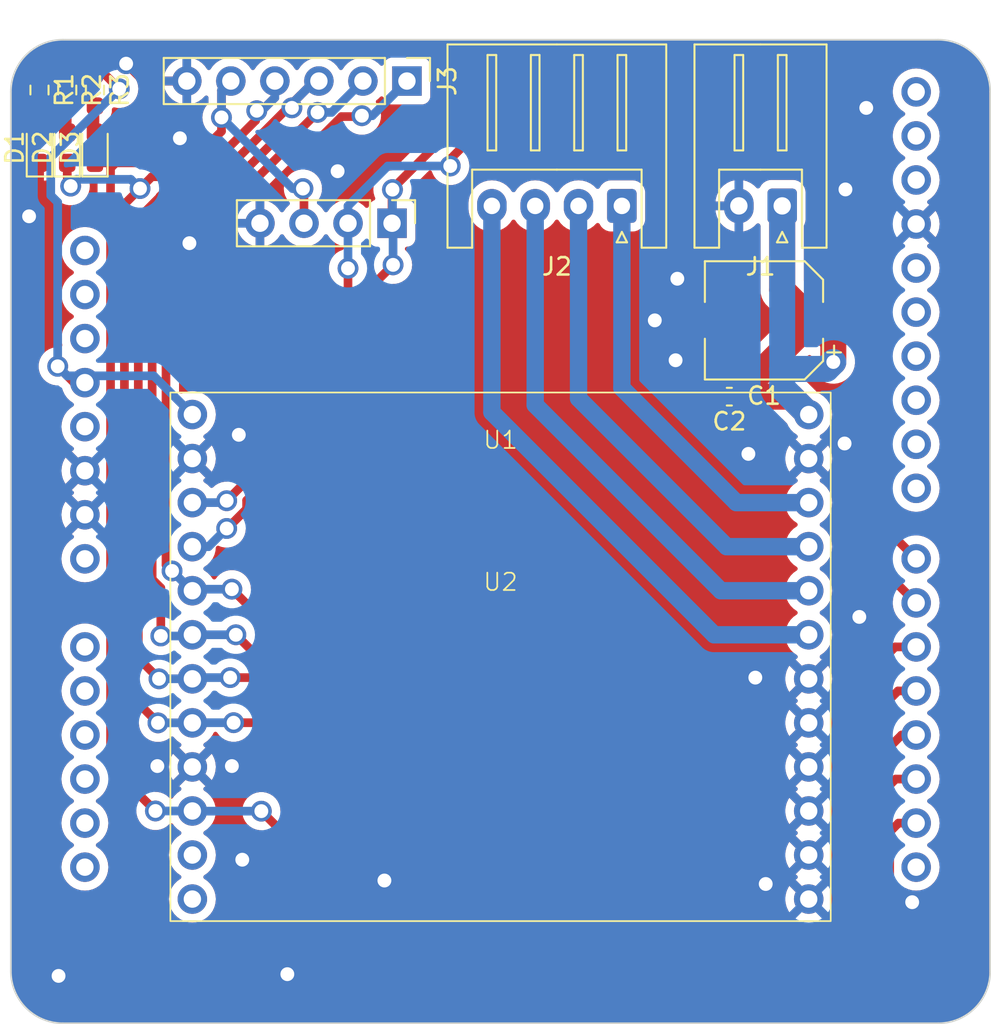
<source format=kicad_pcb>
(kicad_pcb (version 20221018) (generator pcbnew)
  (layers (0 "F.Cu" signal) (31 "B.Cu" signal) (34 "B.Paste" user) (35 "F.Paste" user) (36 "B.SilkS" user "B.Silkscreen") (37 "F.SilkS" user "F.Silkscreen") (38 "B.Mask" user) (39 "F.Mask" user) (44 "Edge.Cuts" user))
  (net 0 "")
  (net 1 "VS")
  (net 2 "GND")
  (net 3 "Net-(D1-A)")
  (net 4 "/CSN")
  (net 5 "Net-(D2-A)")
  (net 6 "/DRV_ENN")
  (net 7 "Net-(D3-A)")
  (net 8 "Net-(J2-Pin_1)")
  (net 9 "Net-(J2-Pin_2)")
  (net 10 "Net-(J2-Pin_3)")
  (net 11 "Net-(J2-Pin_4)")
  (net 12 "/SPI3_MISO")
  (net 13 "/SPI3_MOSI")
  (net 14 "/SPI3_SCK")
  (net 15 "/TIM1_STEP")
  (net 16 "/DIR")
  (net 17 "+3.3V")
  (footprint "TMC2590-BOB40:TMC2590-BOB40" (layer "F.Cu") (at 50 62)
    (fp_text reference "U2" (at 0 -4.31 unlocked) (layer "F.SilkS") (effects (font (thickness 0.1))))
    (fp_text value "TMC2590-BOB40")
    (fp_rect (start -19.05 -15.24) (end 19.05 15.24) (stroke (width 0.1)) (fill none) (layer "F.SilkS"))
    (pad "1" thru_hole circle (at -17.78 -13.97) (size 1.7 1.7) (drill 1) (layers "*.Cu" "*.Mask") (net 17 "+3.3V"))
    (pad "2" thru_hole circle (at -17.78 -11.43) (size 1.7 1.7) (drill 1) (layers "*.Cu" "*.Mask") (net 2 "GND"))
    (pad "3" thru_hole circle (at -17.78 -8.89) (size 1.7 1.7) (drill 1) (layers "*.Cu" "*.Mask") (net 16 "/DIR"))
    (pad "4" thru_hole circle (at -17.78 -6.35) (size 1.7 1.7) (drill 1) (layers "*.Cu" "*.Mask") (net 15 "/TIM1_STEP"))
    (pad "5" thru_hole circle (at -17.78 -3.81) (size 1.7 1.7) (drill 1) (layers "*.Cu" "*.Mask") (net 12 "/SPI3_MISO"))
    (pad "6" thru_hole circle (at -17.78 -1.27) (size 1.7 1.7) (drill 1) (layers "*.Cu" "*.Mask") (net 13 "/SPI3_MOSI"))
    (pad "7" thru_hole circle (at -17.78 1.27) (size 1.7 1.7) (drill 1) (layers "*.Cu" "*.Mask") (net 14 "/SPI3_SCK"))
    (pad "8" thru_hole circle (at -17.78 3.81) (size 1.7 1.7) (drill 1) (layers "*.Cu" "*.Mask") (net 4 "/CSN"))
    (pad "9" thru_hole circle (at -17.78 6.35) (size 1.7 1.7) (drill 1) (layers "*.Cu" "*.Mask") (net 2 "GND"))
    (pad "10" thru_hole circle (at -17.78 8.89) (size 1.7 1.7) (drill 1) (layers "*.Cu" "*.Mask") (net 6 "/DRV_ENN"))
    (pad "11" thru_hole circle (at -17.78 11.43) (size 1.7 1.7) (drill 1) (layers "*.Cu" "*.Mask"))
    (pad "12" thru_hole circle (at -17.78 13.97) (size 1.7 1.7) (drill 1) (layers "*.Cu" "*.Mask"))
    (pad "13" thru_hole circle (at 17.78 13.97) (size 1.7 1.7) (drill 1) (layers "*.Cu" "*.Mask") (net 2 "GND"))
    (pad "14" thru_hole circle (at 17.78 11.43) (size 1.7 1.7) (drill 1) (layers "*.Cu" "*.Mask") (net 2 "GND"))
    (pad "15" thru_hole circle (at 17.78 8.89) (size 1.7 1.7) (drill 1) (layers "*.Cu" "*.Mask") (net 2 "GND"))
    (pad "16" thru_hole circle (at 17.78 6.35) (size 1.7 1.7) (drill 1) (layers "*.Cu" "*.Mask") (net 2 "GND"))
    (pad "17" thru_hole circle (at 17.78 3.81) (size 1.7 1.7) (drill 1) (layers "*.Cu" "*.Mask") (net 2 "GND"))
    (pad "18" thru_hole circle (at 17.78 1.27) (size 1.7 1.7) (drill 1) (layers "*.Cu" "*.Mask") (net 2 "GND"))
    (pad "19" thru_hole circle (at 17.78 -1.27) (size 1.7 1.7) (drill 1) (layers "*.Cu" "*.Mask") (net 11 "Net-(J2-Pin_4)"))
    (pad "20" thru_hole circle (at 17.78 -3.81) (size 1.7 1.7) (drill 1) (layers "*.Cu" "*.Mask") (net 10 "Net-(J2-Pin_3)"))
    (pad "21" thru_hole circle (at 17.78 -6.35) (size 1.7 1.7) (drill 1) (layers "*.Cu" "*.Mask") (net 9 "Net-(J2-Pin_2)"))
    (pad "22" thru_hole circle (at 17.78 -8.89) (size 1.7 1.7) (drill 1) (layers "*.Cu" "*.Mask") (net 8 "Net-(J2-Pin_1)"))
    (pad "23" thru_hole circle (at 17.78 -11.43) (size 1.7 1.7) (drill 1) (layers "*.Cu" "*.Mask") (net 2 "GND"))
    (pad "24" thru_hole circle (at 17.78 -13.97) (size 1.7 1.7) (drill 1) (layers "*.Cu" "*.Mask") (net 1 "VS"))
  )
  (footprint "Resistor_SMD:R_0603_1608Metric_Pad0.98x0.95mm_HandSolder" (layer "F.Cu") (at 25 29.31875 -90)
    (fp_text reference "R2" (at 0 -1.43 90) (layer "F.SilkS"))
    (fp_text value "1k")
    (fp_line (start -0.254724 -0.5225) (end 0.254724 -0.5225) (stroke (width 0.12)) (layer "F.SilkS"))
    (fp_line (start -0.254724 0.5225) (end 0.254724 0.5225) (stroke (width 0.12)) (layer "F.SilkS"))
    (pad "1" smd roundrect (at -0.9125 0 270) (size 0.975 0.95) (layers "F.Cu" "F.Paste" "F.Mask") (net 17 "+3.3V"))
    (pad "2" smd roundrect (at 0.9125 0 270) (size 0.975 0.95) (layers "F.Cu" "F.Paste" "F.Mask") (net 5 "Net-(D2-A)"))
  )
  (footprint "Resistor_SMD:R_0603_1608Metric_Pad0.98x0.95mm_HandSolder" (layer "F.Cu") (at 26.6 29.31875 -90)
    (fp_text reference "R3" (at 0 -1.43 90) (layer "F.SilkS"))
    (fp_text value "1k")
    (fp_line (start -0.254724 -0.5225) (end 0.254724 -0.5225) (stroke (width 0.12)) (layer "F.SilkS"))
    (fp_line (start -0.254724 0.5225) (end 0.254724 0.5225) (stroke (width 0.12)) (layer "F.SilkS"))
    (pad "1" smd roundrect (at -0.9125 0 270) (size 0.975 0.95) (layers "F.Cu" "F.Paste" "F.Mask") (net 17 "+3.3V"))
    (pad "2" smd roundrect (at 0.9125 0 270) (size 0.975 0.95) (layers "F.Cu" "F.Paste" "F.Mask") (net 7 "Net-(D3-A)"))
  )
  (footprint "Connector_JST:JST_XH_S4B-XH-A_1x04_P2.50mm_Horizontal" (layer "F.Cu") (at 57 36 180)
    (fp_text reference "J2" (at 3.75 -3.5) (layer "F.SilkS"))
    (fp_text value "Conn_01x04")
    (fp_line (start -2.56 -2.41) (end -1.14 -2.41) (stroke (width 0.12)) (layer "F.SilkS"))
    (fp_line (start -2.56 9.31) (end -2.56 -2.41) (stroke (width 0.12)) (layer "F.SilkS"))
    (fp_line (start -1.14 -2.41) (end -1.14 2.09) (stroke (width 0.12)) (layer "F.SilkS"))
    (fp_line (start -1.14 2.09) (end 3.75 2.09) (stroke (width 0.12)) (layer "F.SilkS"))
    (fp_line (start -0.3 -2.1) (end 0.3 -2.1) (stroke (width 0.12)) (layer "F.SilkS"))
    (fp_line (start -0.25 3.2) (end -0.25 8.7) (stroke (width 0.12)) (layer "F.SilkS"))
    (fp_line (start -0.25 8.7) (end 0.25 8.7) (stroke (width 0.12)) (layer "F.SilkS"))
    (fp_line (start 0 -1.5) (end -0.3 -2.1) (stroke (width 0.12)) (layer "F.SilkS"))
    (fp_line (start 0.25 3.2) (end -0.25 3.2) (stroke (width 0.12)) (layer "F.SilkS"))
    (fp_line (start 0.25 8.7) (end 0.25 3.2) (stroke (width 0.12)) (layer "F.SilkS"))
    (fp_line (start 0.3 -2.1) (end 0 -1.5) (stroke (width 0.12)) (layer "F.SilkS"))
    (fp_line (start 2.25 3.2) (end 2.25 8.7) (stroke (width 0.12)) (layer "F.SilkS"))
    (fp_line (start 2.25 8.7) (end 2.75 8.7) (stroke (width 0.12)) (layer "F.SilkS"))
    (fp_line (start 2.75 3.2) (end 2.25 3.2) (stroke (width 0.12)) (layer "F.SilkS"))
    (fp_line (start 2.75 8.7) (end 2.75 3.2) (stroke (width 0.12)) (layer "F.SilkS"))
    (fp_line (start 3.75 9.31) (end -2.56 9.31) (stroke (width 0.12)) (layer "F.SilkS"))
    (fp_line (start 3.75 9.31) (end 10.06 9.31) (stroke (width 0.12)) (layer "F.SilkS"))
    (fp_line (start 4.75 3.2) (end 4.75 8.7) (stroke (width 0.12)) (layer "F.SilkS"))
    (fp_line (start 4.75 8.7) (end 5.25 8.7) (stroke (width 0.12)) (layer "F.SilkS"))
    (fp_line (start 5.25 3.2) (end 4.75 3.2) (stroke (width 0.12)) (layer "F.SilkS"))
    (fp_line (start 5.25 8.7) (end 5.25 3.2) (stroke (width 0.12)) (layer "F.SilkS"))
    (fp_line (start 7.25 3.2) (end 7.25 8.7) (stroke (width 0.12)) (layer "F.SilkS"))
    (fp_line (start 7.25 8.7) (end 7.75 8.7) (stroke (width 0.12)) (layer "F.SilkS"))
    (fp_line (start 7.75 3.2) (end 7.25 3.2) (stroke (width 0.12)) (layer "F.SilkS"))
    (fp_line (start 7.75 8.7) (end 7.75 3.2) (stroke (width 0.12)) (layer "F.SilkS"))
    (fp_line (start 8.64 -2.41) (end 8.64 2.09) (stroke (width 0.12)) (layer "F.SilkS"))
    (fp_line (start 8.64 2.09) (end 3.75 2.09) (stroke (width 0.12)) (layer "F.SilkS"))
    (fp_line (start 10.06 -2.41) (end 8.64 -2.41) (stroke (width 0.12)) (layer "F.SilkS"))
    (fp_line (start 10.06 9.31) (end 10.06 -2.41) (stroke (width 0.12)) (layer "F.SilkS"))
    (pad "1" thru_hole roundrect (at 0 0 180) (size 1.7 1.95) (drill 0.95) (layers "*.Cu" "*.Mask") (roundrect_rratio 0.1470588235) (net 8 "Net-(J2-Pin_1)"))
    (pad "2" thru_hole oval (at 2.5 0 180) (size 1.7 1.95) (drill 0.95) (layers "*.Cu" "*.Mask") (net 9 "Net-(J2-Pin_2)"))
    (pad "3" thru_hole oval (at 5 0 180) (size 1.7 1.95) (drill 0.95) (layers "*.Cu" "*.Mask") (net 10 "Net-(J2-Pin_3)"))
    (pad "4" thru_hole oval (at 7.5 0 180) (size 1.7 1.95) (drill 0.95) (layers "*.Cu" "*.Mask") (net 11 "Net-(J2-Pin_4)"))
  )
  (footprint "TMC2590-BOB40:Nucleo-G474RE_ArduinoConn" (layer "F.Cu") (at 50 50)
    (fp_text reference "U1" (at 0 -0.5 unlocked) (layer "F.SilkS") (effects (font (thickness 0.1))))
    (fp_text value "NUCLEO-G474RE_ArduinoConn")
    (pad "A1" thru_hole circle (at -23.98 -11.43) (size 1.7 1.7) (drill 1) (layers "*.Cu" "*.Mask"))
    (pad "A2" thru_hole circle (at -23.98 -8.89) (size 1.7 1.7) (drill 1) (layers "*.Cu" "*.Mask"))
    (pad "A3" thru_hole circle (at -23.98 -6.35) (size 1.7 1.7) (drill 1) (layers "*.Cu" "*.Mask"))
    (pad "A4" thru_hole circle (at -23.98 -3.81) (size 1.7 1.7) (drill 1) (layers "*.Cu" "*.Mask") (net 17 "+3.3V"))
    (pad "A5" thru_hole circle (at -23.98 -1.27) (size 1.7 1.7) (drill 1) (layers "*.Cu" "*.Mask"))
    (pad "A6" thru_hole circle (at -23.98 1.27) (size 1.7 1.7) (drill 1) (layers "*.Cu" "*.Mask") (net 2 "GND"))
    (pad "A7" thru_hole circle (at -23.98 3.81) (size 1.7 1.7) (drill 1) (layers "*.Cu" "*.Mask") (net 2 "GND"))
    (pad "A8" thru_hole circle (at -23.98 6.35) (size 1.7 1.7) (drill 1) (layers "*.Cu" "*.Mask"))
    (pad "B1" thru_hole circle (at -23.98 11.43) (size 1.7 1.7) (drill 1) (layers "*.Cu" "*.Mask"))
    (pad "B2" thru_hole circle (at -23.98 13.97) (size 1.7 1.7) (drill 1) (layers "*.Cu" "*.Mask"))
    (pad "B3" thru_hole circle (at -23.98 16.51) (size 1.7 1.7) (drill 1) (layers "*.Cu" "*.Mask"))
    (pad "B4" thru_hole circle (at -23.98 19.05) (size 1.7 1.7) (drill 1) (layers "*.Cu" "*.Mask"))
    (pad "B5" thru_hole circle (at -23.98 21.59) (size 1.7 1.7) (drill 1) (layers "*.Cu" "*.Mask"))
    (pad "B6" thru_hole circle (at -23.98 24.13) (size 1.7 1.7) (drill 1) (layers "*.Cu" "*.Mask"))
    (pad "C1" thru_hole circle (at 23.98 24.13) (size 1.7 1.7) (drill 1) (layers "*.Cu" "*.Mask"))
    (pad "C2" thru_hole circle (at 23.98 21.59) (size 1.7 1.7) (drill 1) (layers "*.Cu" "*.Mask") (net 6 "/DRV_ENN"))
    (pad "C3" thru_hole circle (at 23.98 19.05) (size 1.7 1.7) (drill 1) (layers "*.Cu" "*.Mask") (net 4 "/CSN"))
    (pad "C4" thru_hole circle (at 23.98 16.51) (size 1.7 1.7) (drill 1) (layers "*.Cu" "*.Mask") (net 14 "/SPI3_SCK"))
    (pad "C5" thru_hole circle (at 23.98 13.97) (size 1.7 1.7) (drill 1) (layers "*.Cu" "*.Mask") (net 13 "/SPI3_MOSI"))
    (pad "C6" thru_hole circle (at 23.98 11.43) (size 1.7 1.7) (drill 1) (layers "*.Cu" "*.Mask") (net 12 "/SPI3_MISO"))
    (pad "C7" thru_hole circle (at 23.98 8.89) (size 1.7 1.7) (drill 1) (layers "*.Cu" "*.Mask") (net 16 "/DIR"))
    (pad "C8" thru_hole circle (at 23.98 6.35) (size 1.7 1.7) (drill 1) (layers "*.Cu" "*.Mask") (net 15 "/TIM1_STEP"))
    (pad "D1" thru_hole circle (at 23.98 2.286) (size 1.7 1.7) (drill 1) (layers "*.Cu" "*.Mask"))
    (pad "D2" thru_hole circle (at 23.98 -0.254) (size 1.7 1.7) (drill 1) (layers "*.Cu" "*.Mask"))
    (pad "D3" thru_hole circle (at 23.98 -2.794) (size 1.7 1.7) (drill 1) (layers "*.Cu" "*.Mask"))
    (pad "D4" thru_hole circle (at 23.98 -5.334) (size 1.7 1.7) (drill 1) (layers "*.Cu" "*.Mask"))
    (pad "D5" thru_hole circle (at 23.98 -7.874) (size 1.7 1.7) (drill 1) (layers "*.Cu" "*.Mask"))
    (pad "D6" thru_hole circle (at 23.98 -10.414) (size 1.7 1.7) (drill 1) (layers "*.Cu" "*.Mask"))
    (pad "D7" thru_hole circle (at 23.98 -12.954) (size 1.7 1.7) (drill 1) (layers "*.Cu" "*.Mask") (net 2 "GND"))
    (pad "D8" thru_hole circle (at 23.98 -15.494) (size 1.7 1.7) (drill 1) (layers "*.Cu" "*.Mask"))
    (pad "D9" thru_hole circle (at 23.98 -18.034) (size 1.7 1.7) (drill 1) (layers "*.Cu" "*.Mask"))
    (pad "D10" thru_hole circle (at 23.98 -20.574) (size 1.7 1.7) (drill 1) (layers "*.Cu" "*.Mask"))
  )
  (footprint "Connector_PinHeader_2.54mm:PinHeader_1x06_P2.54mm_Vertical" (layer "F.Cu") (at 44.6 28.8 -90)
    (fp_text reference "J3" (at 0 -2.33 90) (layer "F.SilkS"))
    (fp_text value "Conn_01x06")
    (fp_line (start -1.33 -1.33) (end 0 -1.33) (stroke (width 0.12)) (layer "F.SilkS"))
    (fp_line (start -1.33 0) (end -1.33 -1.33) (stroke (width 0.12)) (layer "F.SilkS"))
    (fp_line (start -1.33 1.27) (end -1.33 14.03) (stroke (width 0.12)) (layer "F.SilkS"))
    (fp_line (start -1.33 1.27) (end 1.33 1.27) (stroke (width 0.12)) (layer "F.SilkS"))
    (fp_line (start -1.33 14.03) (end 1.33 14.03) (stroke (width 0.12)) (layer "F.SilkS"))
    (fp_line (start 1.33 1.27) (end 1.33 14.03) (stroke (width 0.12)) (layer "F.SilkS"))
    (pad "1" thru_hole rect (at 0 0 270) (size 1.7 1.7) (drill 1) (layers "*.Cu" "*.Mask") (net 12 "/SPI3_MISO"))
    (pad "2" thru_hole oval (at 0 2.54 270) (size 1.7 1.7) (drill 1) (layers "*.Cu" "*.Mask") (net 13 "/SPI3_MOSI"))
    (pad "3" thru_hole oval (at 0 5.08 270) (size 1.7 1.7) (drill 1) (layers "*.Cu" "*.Mask") (net 14 "/SPI3_SCK"))
    (pad "4" thru_hole oval (at 0 7.62 270) (size 1.7 1.7) (drill 1) (layers "*.Cu" "*.Mask") (net 4 "/CSN"))
    (pad "5" thru_hole oval (at 0 10.16 270) (size 1.7 1.7) (drill 1) (layers "*.Cu" "*.Mask") (net 6 "/DRV_ENN"))
    (pad "6" thru_hole oval (at 0 12.7 270) (size 1.7 1.7) (drill 1) (layers "*.Cu" "*.Mask") (net 2 "GND"))
  )
  (footprint "LED_SMD:LED_0603_1608Metric_Pad1.05x0.95mm_HandSolder" (layer "F.Cu") (at 23.4 32.64375 90)
    (fp_text reference "D1" (at 0 -1.43 90) (layer "F.SilkS"))
    (fp_text value "LED")
    (fp_line (start -1.66 -0.735) (end -1.66 0.735) (stroke (width 0.12)) (layer "F.SilkS"))
    (fp_line (start -1.66 0.735) (end 0.8 0.735) (stroke (width 0.12)) (layer "F.SilkS"))
    (fp_line (start 0.8 -0.735) (end -1.66 -0.735) (stroke (width 0.12)) (layer "F.SilkS"))
    (pad "1" smd roundrect (at -0.875 0 90) (size 1.05 0.95) (layers "F.Cu" "F.Paste" "F.Mask") (net 2 "GND"))
    (pad "2" smd roundrect (at 0.875 0 90) (size 1.05 0.95) (layers "F.Cu" "F.Paste" "F.Mask") (net 3 "Net-(D1-A)"))
  )
  (footprint "Connector_JST:JST_XH_S2B-XH-A_1x02_P2.50mm_Horizontal" (layer "F.Cu") (at 66.25 36 180)
    (fp_text reference "J1" (at 1.25 -3.5 180) (layer "F.SilkS"))
    (fp_text value "Conn_01x02")
    (fp_line (start -2.56 -2.41) (end -1.14 -2.41) (stroke (width 0.12)) (layer "F.SilkS"))
    (fp_line (start -2.56 9.31) (end -2.56 -2.41) (stroke (width 0.12)) (layer "F.SilkS"))
    (fp_line (start -1.14 -2.41) (end -1.14 2.09) (stroke (width 0.12)) (layer "F.SilkS"))
    (fp_line (start -1.14 2.09) (end 1.25 2.09) (stroke (width 0.12)) (layer "F.SilkS"))
    (fp_line (start -0.3 -2.1) (end 0.3 -2.1) (stroke (width 0.12)) (layer "F.SilkS"))
    (fp_line (start -0.25 3.2) (end -0.25 8.7) (stroke (width 0.12)) (layer "F.SilkS"))
    (fp_line (start -0.25 8.7) (end 0.25 8.7) (stroke (width 0.12)) (layer "F.SilkS"))
    (fp_line (start 0 -1.5) (end -0.3 -2.1) (stroke (width 0.12)) (layer "F.SilkS"))
    (fp_line (start 0.25 3.2) (end -0.25 3.2) (stroke (width 0.12)) (layer "F.SilkS"))
    (fp_line (start 0.25 8.7) (end 0.25 3.2) (stroke (width 0.12)) (layer "F.SilkS"))
    (fp_line (start 0.3 -2.1) (end 0 -1.5) (stroke (width 0.12)) (layer "F.SilkS"))
    (fp_line (start 1.25 9.31) (end -2.56 9.31) (stroke (width 0.12)) (layer "F.SilkS"))
    (fp_line (start 1.25 9.31) (end 5.06 9.31) (stroke (width 0.12)) (layer "F.SilkS"))
    (fp_line (start 2.25 3.2) (end 2.25 8.7) (stroke (width 0.12)) (layer "F.SilkS"))
    (fp_line (start 2.25 8.7) (end 2.75 8.7) (stroke (width 0.12)) (layer "F.SilkS"))
    (fp_line (start 2.75 3.2) (end 2.25 3.2) (stroke (width 0.12)) (layer "F.SilkS"))
    (fp_line (start 2.75 8.7) (end 2.75 3.2) (stroke (width 0.12)) (layer "F.SilkS"))
    (fp_line (start 3.64 -2.41) (end 3.64 2.09) (stroke (width 0.12)) (layer "F.SilkS"))
    (fp_line (start 3.64 2.09) (end 1.25 2.09) (stroke (width 0.12)) (layer "F.SilkS"))
    (fp_line (start 5.06 -2.41) (end 3.64 -2.41) (stroke (width 0.12)) (layer "F.SilkS"))
    (fp_line (start 5.06 9.31) (end 5.06 -2.41) (stroke (width 0.12)) (layer "F.SilkS"))
    (pad "1" thru_hole roundrect (at 0 0 180) (size 1.7 2) (drill 1) (layers "*.Cu" "*.Mask") (roundrect_rratio 0.1470588235) (net 1 "VS"))
    (pad "2" thru_hole oval (at 2.5 0 180) (size 1.7 2) (drill 1) (layers "*.Cu" "*.Mask") (net 2 "GND"))
  )
  (footprint "LED_SMD:LED_0603_1608Metric_Pad1.05x0.95mm_HandSolder" (layer "F.Cu") (at 26.6 32.64375 90)
    (fp_text reference "D3" (at 0 -1.43 90) (layer "F.SilkS"))
    (fp_text value "LED")
    (fp_line (start -1.66 -0.735) (end -1.66 0.735) (stroke (width 0.12)) (layer "F.SilkS"))
    (fp_line (start -1.66 0.735) (end 0.8 0.735) (stroke (width 0.12)) (layer "F.SilkS"))
    (fp_line (start 0.8 -0.735) (end -1.66 -0.735) (stroke (width 0.12)) (layer "F.SilkS"))
    (pad "1" smd roundrect (at -0.875 0 90) (size 1.05 0.95) (layers "F.Cu" "F.Paste" "F.Mask") (net 6 "/DRV_ENN"))
    (pad "2" smd roundrect (at 0.875 0 90) (size 1.05 0.95) (layers "F.Cu" "F.Paste" "F.Mask") (net 7 "Net-(D3-A)"))
  )
  (footprint "Connector_PinHeader_2.54mm:PinHeader_1x04_P2.54mm_Vertical" (layer "F.Cu") (at 43.74 37 -90)
    (fp_text reference "J4" hide)
    (fp_text value "Conn_01x04")
    (fp_line (start -1.33 -1.33) (end 0 -1.33) (stroke (width 0.12)) (layer "F.SilkS"))
    (fp_line (start -1.33 0) (end -1.33 -1.33) (stroke (width 0.12)) (layer "F.SilkS"))
    (fp_line (start -1.33 1.27) (end -1.33 8.95) (stroke (width 0.12)) (layer "F.SilkS"))
    (fp_line (start -1.33 1.27) (end 1.33 1.27) (stroke (width 0.12)) (layer "F.SilkS"))
    (fp_line (start -1.33 8.95) (end 1.33 8.95) (stroke (width 0.12)) (layer "F.SilkS"))
    (fp_line (start 1.33 1.27) (end 1.33 8.95) (stroke (width 0.12)) (layer "F.SilkS"))
    (pad "1" thru_hole rect (at 0 0 270) (size 1.7 1.7) (drill 1) (layers "*.Cu" "*.Mask") (net 15 "/TIM1_STEP"))
    (pad "2" thru_hole oval (at 0 2.54 270) (size 1.7 1.7) (drill 1) (layers "*.Cu" "*.Mask") (net 16 "/DIR"))
    (pad "3" thru_hole oval (at 0 5.08 270) (size 1.7 1.7) (drill 1) (layers "*.Cu" "*.Mask") (net 6 "/DRV_ENN"))
    (pad "4" thru_hole oval (at 0 7.62 270) (size 1.7 1.7) (drill 1) (layers "*.Cu" "*.Mask") (net 2 "GND"))
  )
  (footprint "Capacitor_SMD:C_0603_1608Metric_Pad1.08x0.95mm_HandSolder" (layer "F.Cu") (at 63.2 47 180)
    (fp_text reference "C2" (at 0 -1.43) (layer "F.SilkS"))
    (fp_text value "100n")
    (fp_line (start -0.146267 -0.51) (end 0.146267 -0.51) (stroke (width 0.12)) (layer "F.SilkS"))
    (fp_line (start -0.146267 0.51) (end 0.146267 0.51) (stroke (width 0.12)) (layer "F.SilkS"))
    (pad "1" smd roundrect (at -0.8625 0 180) (size 1.075 0.95) (layers "F.Cu" "F.Paste" "F.Mask") (net 1 "VS"))
    (pad "2" smd roundrect (at 0.8625 0 180) (size 1.075 0.95) (layers "F.Cu" "F.Paste" "F.Mask") (net 2 "GND"))
  )
  (footprint "Capacitor_SMD:CP_Elec_6.3x5.4" (layer "F.Cu") (at 65.2 42.6 180)
    (fp_text reference "C1" (at 0 -4.35) (layer "F.SilkS"))
    (fp_text value "22u")
    (fp_line (start -4.4375 -1.8475) (end -3.65 -1.8475) (stroke (width 0.12)) (layer "F.SilkS"))
    (fp_line (start -4.04375 -2.24125) (end -4.04375 -1.45375) (stroke (width 0.12)) (layer "F.SilkS"))
    (fp_line (start -3.41 -2.345563) (end -3.41 -1.06) (stroke (width 0.12)) (layer "F.SilkS"))
    (fp_line (start -3.41 -2.345563) (end -2.345563 -3.41) (stroke (width 0.12)) (layer "F.SilkS"))
    (fp_line (start -3.41 2.345563) (end -3.41 1.06) (stroke (width 0.12)) (layer "F.SilkS"))
    (fp_line (start -3.41 2.345563) (end -2.345563 3.41) (stroke (width 0.12)) (layer "F.SilkS"))
    (fp_line (start -2.345563 -3.41) (end 3.41 -3.41) (stroke (width 0.12)) (layer "F.SilkS"))
    (fp_line (start -2.345563 3.41) (end 3.41 3.41) (stroke (width 0.12)) (layer "F.SilkS"))
    (fp_line (start 3.41 -3.41) (end 3.41 -1.06) (stroke (width 0.12)) (layer "F.SilkS"))
    (fp_line (start 3.41 3.41) (end 3.41 1.06) (stroke (width 0.12)) (layer "F.SilkS"))
    (pad "1" smd roundrect (at -2.8 0 180) (size 3.5 1.6) (layers "F.Cu" "F.Paste" "F.Mask") (roundrect_rratio 0.15625) (net 1 "VS"))
    (pad "2" smd roundrect (at 2.8 0 180) (size 3.5 1.6) (layers "F.Cu" "F.Paste" "F.Mask") (roundrect_rratio 0.15625) (net 2 "GND"))
  )
  (footprint "Resistor_SMD:R_0603_1608Metric_Pad0.98x0.95mm_HandSolder" (layer "F.Cu") (at 23.4 29.31875 -90)
    (fp_text reference "R1" (at 0 -1.43 90) (layer "F.SilkS"))
    (fp_text value "1k")
    (fp_line (start -0.254724 -0.5225) (end 0.254724 -0.5225) (stroke (width 0.12)) (layer "F.SilkS"))
    (fp_line (start -0.254724 0.5225) (end 0.254724 0.5225) (stroke (width 0.12)) (layer "F.SilkS"))
    (pad "1" smd roundrect (at -0.9125 0 270) (size 0.975 0.95) (layers "F.Cu" "F.Paste" "F.Mask") (net 17 "+3.3V"))
    (pad "2" smd roundrect (at 0.9125 0 270) (size 0.975 0.95) (layers "F.Cu" "F.Paste" "F.Mask") (net 3 "Net-(D1-A)"))
  )
  (footprint "LED_SMD:LED_0603_1608Metric_Pad1.05x0.95mm_HandSolder" (layer "F.Cu") (at 25 32.64375 90)
    (fp_text reference "D2" (at 0 -1.43 90) (layer "F.SilkS"))
    (fp_text value "LED")
    (fp_line (start -1.66 -0.735) (end -1.66 0.735) (stroke (width 0.12)) (layer "F.SilkS"))
    (fp_line (start -1.66 0.735) (end 0.8 0.735) (stroke (width 0.12)) (layer "F.SilkS"))
    (fp_line (start 0.8 -0.735) (end -1.66 -0.735) (stroke (width 0.12)) (layer "F.SilkS"))
    (pad "1" smd roundrect (at -0.875 0 90) (size 1.05 0.95) (layers "F.Cu" "F.Paste" "F.Mask") (net 4 "/CSN"))
    (pad "2" smd roundrect (at 0.875 0 90) (size 1.05 0.95) (layers "F.Cu" "F.Paste" "F.Mask") (net 5 "Net-(D2-A)"))
  )
  (gr_line (start 75.25 83.13) (end 24.75 83.13) (stroke (width 0.1)) (layer "Edge.Cuts"))
  (gr_line (start 24.75 26.42) (end 75.25 26.42) (stroke (width 0.1)) (layer "Edge.Cuts"))
  (gr_arc (start 78.25 80.13) (mid 77.37132 82.25132) (end 75.25 83.13) (stroke (width 0.1)) (layer "Edge.Cuts"))
  (gr_arc (start 21.75 29.42) (mid 22.62868 27.29868) (end 24.75 26.42) (stroke (width 0.1)) (layer "Edge.Cuts"))
  (gr_arc (start 24.75 83.13) (mid 22.62868 82.25132) (end 21.75 80.13) (stroke (width 0.1)) (layer "Edge.Cuts"))
  (gr_arc (start 75.25 26.42) (mid 77.37132 27.29868) (end 78.25 29.42) (stroke (width 0.1)) (layer "Edge.Cuts"))
  (gr_line (start 78.25 29.42) (end 78.25 80.13) (stroke (width 0.1)) (layer "Edge.Cuts"))
  (gr_line (start 21.75 29.42) (end 21.75 80.13) (stroke (width 0.1)) (layer "Edge.Cuts"))
  (segment (start 69.2 45) (end 69.2 43.8) (width 1.5) (layer "F.Cu") (net 1))
  (segment (start 66.75 47) (end 67.78 48.03) (width 1.5) (layer "F.Cu") (net 1))
  (segment (start 69.2 43.8) (end 68 42.6) (width 1.5) (layer "F.Cu") (net 1))
  (segment (start 66.25 36) (end 66.25 40.85) (width 1.5) (layer "F.Cu") (net 1))
  (segment (start 64.0625 47) (end 66.75 47) (width 1.5) (layer "F.Cu") (net 1))
  (segment (start 66.25 40.85) (end 68 42.6) (width 1.5) (layer "F.Cu") (net 1))
  (segment (start 68 42.6) (end 64.0625 46.5375) (width 1.5) (layer "F.Cu") (net 1))
  (segment (start 64.0625 46.5375) (end 64.0625 47) (width 1.5) (layer "F.Cu") (net 1))
  (via (at 69.2 45) (size 1.2) (drill 0.8) (layers "F.Cu" "B.Cu") (net 1))
  (segment (start 68.8 45.4) (end 69.2 45) (width 1.5) (layer "B.Cu") (net 1))
  (segment (start 66.25 46.5) (end 67.78 48.03) (width 1.5) (layer "B.Cu") (net 1))
  (segment (start 66.25 45.4) (end 66.25 46.5) (width 1.5) (layer "B.Cu") (net 1))
  (segment (start 66.25 45.4) (end 68.8 45.4) (width 1.5) (layer "B.Cu") (net 1))
  (segment (start 66.25 36) (end 66.25 45.4) (width 1.5) (layer "B.Cu") (net 1))
  (segment (start 29.4 28.8) (end 28.4 27.8) (width 0.5) (layer "F.Cu") (net 2))
  (segment (start 23.4 36) (end 23.4 33.51875) (width 0.5) (layer "F.Cu") (net 2))
  (segment (start 31.9 31.7) (end 31.9 28.8) (width 0.5) (layer "F.Cu") (net 2))
  (segment (start 31.9 28.8) (end 29.4 28.8) (width 0.5) (layer "F.Cu") (net 2))
  (segment (start 31.5 32.1) (end 31.9 31.7) (width 0.5) (layer "F.Cu") (net 2))
  (segment (start 22.8 36.6) (end 23.4 36) (width 0.5) (layer "F.Cu") (net 2))
  (via (at 60.2 40.2) (size 1.2) (drill 0.8) (layers "F.Cu" "B.Cu") (net 2))
  (via (at 64.7 63.2) (size 1.2) (drill 0.8) (layers "F.Cu" "B.Cu") (net 2))
  (via (at 34.5 68.3) (size 1.2) (drill 0.8) (layers "F.Cu" "B.Cu") (net 2))
  (via (at 37.7 80.3) (size 1.2) (drill 0.8) (layers "F.Cu" "B.Cu") (net 2))
  (via (at 31.5 32.1) (size 1.2) (drill 0.8) (layers "F.Cu" "B.Cu") (net 2))
  (via (at 64.3 50.3) (size 1.2) (drill 0.8) (layers "F.Cu" "B.Cu") (net 2))
  (via (at 70.7 59.7) (size 1.2) (drill 0.8) (layers "F.Cu" "B.Cu") (net 2))
  (via (at 24.5 80.4) (size 1.2) (drill 0.8) (layers "F.Cu" "B.Cu") (net 2))
  (via (at 58.9 42.6) (size 1.2) (drill 0.8) (layers "F.Cu" "B.Cu") (net 2))
  (via (at 69.9 35.05) (size 1.2) (drill 0.8) (layers "F.Cu" "B.Cu") (net 2))
  (via (at 40.6 34) (size 1.2) (drill 0.8) (layers "F.Cu" "B.Cu") (net 2))
  (via (at 65.3 75.1) (size 1.2) (drill 0.8) (layers "F.Cu" "B.Cu") (net 2))
  (via (at 73.75 76.15) (size 1.2) (drill 0.8) (layers "F.Cu" "B.Cu") (net 2))
  (via (at 22.8 36.6) (size 1.2) (drill 0.8) (layers "F.Cu" "B.Cu") (net 2))
  (via (at 71.1 30.35) (size 1.2) (drill 0.8) (layers "F.Cu" "B.Cu") (net 2))
  (via (at 30.2 68.3) (size 1.2) (drill 0.8) (layers "F.Cu" "B.Cu") (net 2))
  (via (at 43.3 74.9) (size 1.2) (drill 0.8) (layers "F.Cu" "B.Cu") (net 2))
  (via (at 69.85 49.7) (size 1.2) (drill 0.8) (layers "F.Cu" "B.Cu") (net 2))
  (via (at 34.9 49.2) (size 1.2) (drill 0.8) (layers "F.Cu" "B.Cu") (net 2))
  (via (at 32.05 38.15) (size 1.2) (drill 0.8) (layers "F.Cu" "B.Cu") (net 2))
  (via (at 60.1 44.9) (size 1.2) (drill 0.8) (layers "F.Cu" "B.Cu") (net 2))
  (via (at 28.4 27.8) (size 1.2) (drill 0.8) (layers "F.Cu" "B.Cu") (net 2))
  (via (at 35.1 73.7) (size 1.2) (drill 0.8) (layers "F.Cu" "B.Cu") (net 2))
  (segment (start 23.4 30.23125) (end 23.4 31.76875) (width 0.5) (layer "F.Cu") (net 3))
  (segment (start 30.235 65.81) (end 32.22 65.81) (width 0.5) (layer "F.Cu") (net 4))
  (segment (start 25 35) (end 25 33.51875) (width 0.5) (layer "F.Cu") (net 4))
  (segment (start 71.65 78.46863) (end 71.65 70.2) (width 0.5) (layer "F.Cu") (net 4))
  (segment (start 37.53726 65.8) (end 38.4 66.66274) (width 0.5) (layer "F.Cu") (net 4))
  (segment (start 34.6 65.8) (end 37.53726 65.8) (width 0.5) (layer "F.Cu") (net 4))
  (segment (start 32.624753 34.31875) (end 29.88125 34.31875) (width 0.5) (layer "F.Cu") (net 4))
  (segment (start 36.98 29.752078) (end 35.866039 30.866039) (width 0.5) (layer "F.Cu") (net 4))
  (segment (start 25 34.659432) (end 25.1995 34.858932) (width 0.5) (layer "F.Cu") (net 4))
  (segment (start 71.65 70.2) (end 72.8 69.05) (width 0.5) (layer "F.Cu") (net 4))
  (segment (start 41.73137 80) (end 70.11863 80) (width 0.5) (layer "F.Cu") (net 4))
  (segment (start 70.11863 80) (end 71.65 78.46863) (width 0.5) (layer "F.Cu") (net 4))
  (segment (start 35.866039 30.866039) (end 35.866039 31.077464) (width 0.5) (layer "F.Cu") (net 4))
  (segment (start 29.88125 34.31875) (end 29.2 35) (width 0.5) (layer "F.Cu") (net 4))
  (segment (start 38.4 76.66863) (end 41.73137 80) (width 0.5) (layer "F.Cu") (net 4))
  (segment (start 38.4 66.66274) (end 38.4 76.66863) (width 0.5) (layer "F.Cu") (net 4))
  (segment (start 25 33.51875) (end 25 34.659432) (width 0.5) (layer "F.Cu") (net 4))
  (segment (start 35.866039 31.077464) (end 32.624753 34.31875) (width 0.5) (layer "F.Cu") (net 4))
  (segment (start 72.8 69.05) (end 73.98 69.05) (width 0.5) (layer "F.Cu") (net 4))
  (segment (start 29.2 35) (end 28.3 35.9) (width 0.5) (layer "F.Cu") (net 4))
  (segment (start 28.3 35.9) (end 28.3 63.875) (width 0.5) (layer "F.Cu") (net 4))
  (segment (start 36.98 28.8) (end 36.98 29.752078) (width 0.5) (layer "F.Cu") (net 4))
  (segment (start 28.3 63.875) (end 30.235 65.81) (width 0.5) (layer "F.Cu") (net 4))
  (segment (start 35.866039 31.077464) (end 35.866039 30.583195) (width 0.5) (layer "F.Cu") (net 4))
  (segment (start 35.866039 30.583195) (end 35.936508 30.512726) (width 0.5) (layer "F.Cu") (net 4))
  (via (at 30.235 65.81) (size 1.2) (drill 0.8) (layers "F.Cu" "B.Cu") (net 4))
  (via (at 25.1995 34.858932) (size 1.2) (drill 0.8) (layers "F.Cu" "B.Cu") (net 4))
  (via (at 29.2 35) (size 1.2) (drill 0.8) (layers "F.Cu" "B.Cu") (net 4))
  (via (at 34.6 65.8) (size 1.2) (drill 0.8) (layers "F.Cu" "B.Cu") (net 4))
  (via (at 35.936508 30.512726) (size 1.2) (drill 0.8) (layers "F.Cu" "B.Cu") (net 4))
  (segment (start 36.98 29.752078) (end 35.866039 30.866039) (width 0.5) (layer "B.Cu") (net 4))
  (segment (start 32.22 65.81) (end 30.235 65.81) (width 0.5) (layer "B.Cu") (net 4))
  (segment (start 34.6 65.8) (end 32.23 65.8) (width 0.5) (layer "B.Cu") (net 4))
  (segment (start 32.23 65.8) (end 32.22 65.81) (width 0.5) (layer "B.Cu") (net 4))
  (segment (start 25 35) (end 25.53175 34.46825) (width 0.5) (layer "B.Cu") (net 4))
  (segment (start 25.53175 34.46825) (end 28.66825 34.46825) (width 0.5) (layer "B.Cu") (net 4))
  (segment (start 28.66825 34.46825) (end 29.2 35) (width 0.5) (layer "B.Cu") (net 4))
  (segment (start 36.98 28.8) (end 36.98 29.752078) (width 0.5) (layer "B.Cu") (net 4))
  (segment (start 25 31.76875) (end 25 30.23125) (width 0.5) (layer "F.Cu") (net 5))
  (segment (start 34.44 28.8) (end 33.9 29.34) (width 0.5) (layer "F.Cu") (net 6))
  (segment (start 27.8 33.51875) (end 27.5 33.81875) (width 0.5) (layer "F.Cu") (net 6))
  (segment (start 72.45 78.8) (end 70.45 80.8) (width 0.5) (layer "F.Cu") (net 6))
  (segment (start 32.08125 33.51875) (end 26.6 33.51875) (width 0.5) (layer "F.Cu") (net 6))
  (segment (start 27.5 68.3) (end 30.09 70.89) (width 0.5) (layer "F.Cu") (net 6))
  (segment (start 70.45 80.8) (end 41.4 80.8) (width 0.5) (layer "F.Cu") (net 6))
  (segment (start 72.96 71.59) (end 72.45 72.1) (width 0.5) (layer "F.Cu") (net 6))
  (segment (start 72.45 72.1) (end 72.45 78.8) (width 0.5) (layer "F.Cu") (net 6))
  (segment (start 41.4 80.8) (end 37.6 77) (width 0.5) (layer "F.Cu") (net 6))
  (segment (start 38.66 35.06) (end 38.66 37) (width 0.5) (layer "F.Cu") (net 6))
  (segment (start 33.9 29.34) (end 33.9 31.7) (width 0.5) (layer "F.Cu") (net 6))
  (segment (start 27.5 33.81875) (end 27.5 68.3) (width 0.5) (layer "F.Cu") (net 6))
  (segment (start 73.98 71.59) (end 72.96 71.59) (width 0.5) (layer "F.Cu") (net 6))
  (segment (start 38.6 35) (end 38.66 35.06) (width 0.5) (layer "F.Cu") (net 6))
  (segment (start 37.6 72.3) (end 36.2 70.9) (width 0.5) (layer "F.Cu") (net 6))
  (segment (start 37.6 77) (end 37.6 72.3) (width 0.5) (layer "F.Cu") (net 6))
  (segment (start 33.9 31.7) (end 32.08125 33.51875) (width 0.5) (layer "F.Cu") (net 6))
  (via (at 33.9 30.9) (size 1.2) (drill 0.8) (layers "F.Cu" "B.Cu") (net 6))
  (via (at 36.2 70.9) (size 1.2) (drill 0.8) (layers "F.Cu" "B.Cu") (net 6))
  (via (at 38.6 35) (size 1.2) (drill 0.8) (layers "F.Cu" "B.Cu") (net 6))
  (via (at 30.09 70.89) (size 1.2) (drill 0.8) (layers "F.Cu" "B.Cu") (net 6))
  (segment (start 33.9 29.34) (end 33.9 30.9) (width 0.5) (layer "B.Cu") (net 6))
  (segment (start 36.2 70.9) (end 32.23 70.9) (width 0.5) (layer "B.Cu") (net 6))
  (segment (start 38 35) (end 38.6 35) (width 0.5) (layer "B.Cu") (net 6))
  (segment (start 32.23 70.9) (end 32.22 70.89) (width 0.5) (layer "B.Cu") (net 6))
  (segment (start 30.09 70.89) (end 32.22 70.89) (width 0.5) (layer "B.Cu") (net 6))
  (segment (start 33.9 30.9) (end 38 35) (width 0.5) (layer "B.Cu") (net 6))
  (segment (start 34.44 28.8) (end 33.9 29.34) (width 0.5) (layer "B.Cu") (net 6))
  (segment (start 26.6 31.76875) (end 26.6 30.23125) (width 0.5) (layer "F.Cu") (net 7))
  (segment (start 57 46.5) (end 63.61 53.11) (width 1) (layer "B.Cu") (net 8))
  (segment (start 63.61 53.11) (end 67.78 53.11) (width 1) (layer "B.Cu") (net 8))
  (segment (start 57 36) (end 57 46.5) (width 1) (layer "B.Cu") (net 8))
  (segment (start 63.05 55.65) (end 67.78 55.65) (width 1) (layer "B.Cu") (net 9))
  (segment (start 54.5 47.1) (end 63.05 55.65) (width 1) (layer "B.Cu") (net 9))
  (segment (start 54.5 36) (end 54.5 47.1) (width 1) (layer "B.Cu") (net 9))
  (segment (start 67.78 58.19) (end 62.713044 58.19) (width 1) (layer "B.Cu") (net 10))
  (segment (start 62.713044 58.19) (end 52 47.476956) (width 1) (layer "B.Cu") (net 10))
  (segment (start 52 47.476956) (end 52 36) (width 1) (layer "B.Cu") (net 10))
  (segment (start 62.33 60.73) (end 67.78 60.73) (width 1) (layer "B.Cu") (net 11))
  (segment (start 49.5 36) (end 49.5 47.9) (width 1) (layer "B.Cu") (net 11))
  (segment (start 49.5 47.9) (end 62.33 60.73) (width 1) (layer "B.Cu") (net 11))
  (segment (start 33.618864 36.71875) (end 37.634492 32.703122) (width 0.5) (layer "F.Cu") (net 12))
  (segment (start 40.8 75.67452) (end 42.72548 77.6) (width 0.5) (layer "F.Cu") (net 12))
  (segment (start 68.75 77.6) (end 69.25 77.1) (width 0.5) (layer "F.Cu") (net 12))
  (segment (start 72.77 61.43) (end 73.98 61.43) (width 0.5) (layer "F.Cu") (net 12))
  (segment (start 40.823981 30.85) (end 41.95 30.85) (width 0.5) (layer "F.Cu") (net 12))
  (segment (start 31.370337 36.71875) (end 33.618864 36.71875) (width 0.5) (layer "F.Cu") (net 12))
  (segment (start 69.25 77.1) (end 69.25 64.95) (width 0.5) (layer "F.Cu") (net 12))
  (segment (start 40.8 64.4) (end 40.8 75.67452) (width 0.5) (layer "F.Cu") (net 12))
  (segment (start 38.970859 32.703122) (end 40.823981 30.85) (width 0.5) (layer "F.Cu") (net 12))
  (segment (start 42.72548 77.6) (end 68.75 77.6) (width 0.5) (layer "F.Cu") (net 12))
  (segment (start 34.5 58.1) (end 40.8 64.4) (width 0.5) (layer "F.Cu") (net 12))
  (segment (start 31.05 57.05) (end 30.7 56.7) (width 0.5) (layer "F.Cu") (net 12))
  (segment (start 30.7 56.7) (end 30.7 37.389087) (width 0.5) (layer "F.Cu") (net 12))
  (segment (start 37.634492 32.703122) (end 38.970859 32.703122) (width 0.5) (layer "F.Cu") (net 12))
  (segment (start 30.7 37.389087) (end 31.370337 36.71875) (width 0.5) (layer "F.Cu") (net 12))
  (segment (start 69.25 64.95) (end 72.77 61.43) (width 0.5) (layer "F.Cu") (net 12))
  (segment (start 41.95 30.85) (end 42 30.8) (width 0.5) (layer "F.Cu") (net 12))
  (via (at 34.5 58.1) (size 1.2) (drill 0.8) (layers "F.Cu" "B.Cu") (net 12))
  (via (at 42 30.8) (size 1.2) (drill 0.8) (layers "F.Cu" "B.Cu") (net 12))
  (via (at 31.05 57.05) (size 1.2) (drill 0.8) (layers "F.Cu" "B.Cu") (net 12))
  (segment (start 34.5 58.1) (end 32.31 58.1) (width 0.5) (layer "B.Cu") (net 12))
  (segment (start 31.05 57.05) (end 32.19 58.19) (width 0.5) (layer "B.Cu") (net 12))
  (segment (start 32.31 58.1) (end 32.22 58.19) (width 0.5) (layer "B.Cu") (net 12))
  (segment (start 42.6 30.8) (end 44.6 28.8) (width 0.5) (layer "B.Cu") (net 12))
  (segment (start 42 30.8) (end 42.6 30.8) (width 0.5) (layer "B.Cu") (net 12))
  (segment (start 32.19 58.19) (end 32.22 58.19) (width 0.5) (layer "B.Cu") (net 12))
  (segment (start 30.4 58.026346) (end 30.4 60.8) (width 0.5) (layer "F.Cu") (net 13))
  (segment (start 37.303122 31.903122) (end 33.287493 35.91875) (width 0.5) (layer "F.Cu") (net 13))
  (segment (start 38.144513 31.903122) (end 37.303122 31.903122) (width 0.5) (layer "F.Cu") (net 13))
  (segment (start 42.39411 78.4) (end 69.45589 78.4) (width 0.5) (layer "F.Cu") (net 13))
  (segment (start 31.038968 35.91875) (end 29.9 37.057717) (width 0.5) (layer "F.Cu") (net 13))
  (segment (start 29.9 57.526346) (end 30.4 58.026346) (width 0.5) (layer "F.Cu") (net 13))
  (segment (start 29.9 37.057717) (end 29.9 57.526346) (width 0.5) (layer "F.Cu") (net 13))
  (segment (start 40 76.00589) (end 42.39411 78.4) (width 0.5) (layer "F.Cu") (net 13))
  (segment (start 34.73 60.73) (end 40 66) (width 0.5) (layer "F.Cu") (net 13))
  (segment (start 39.440492 30.607143) (end 38.144513 31.903122) (width 0.5) (layer "F.Cu") (net 13))
  (segment (start 69.45589 78.4) (end 70.05 77.80589) (width 0.5) (layer "F.Cu") (net 13))
  (segment (start 70.05 66.85) (end 72.93 63.97) (width 0.5) (layer "F.Cu") (net 13))
  (segment (start 40 66) (end 40 76.00589) (width 0.5) (layer "F.Cu") (net 13))
  (segment (start 72.93 63.97) (end 73.98 63.97) (width 0.5) (layer "F.Cu") (net 13))
  (segment (start 33.287493 35.91875) (end 31.038968 35.91875) (width 0.5) (layer "F.Cu") (net 13))
  (segment (start 70.05 77.80589) (end 70.05 66.85) (width 0.5) (layer "F.Cu") (net 13))
  (via (at 30.4 60.8) (size 1.2) (drill 0.8) (layers "F.Cu" "B.Cu") (net 13))
  (via (at 34.73 60.73) (size 1.2) (drill 0.8) (layers "F.Cu" "B.Cu") (net 13))
  (via (at 39.440492 30.607143) (size 1.2) (drill 0.8) (layers "F.Cu" "B.Cu") (net 13))
  (segment (start 32.15 60.8) (end 32.22 60.73) (width 0.5) (layer "B.Cu") (net 13))
  (segment (start 39.440492 30.607143) (end 40.252857 30.607143) (width 0.5) (layer "B.Cu") (net 13))
  (segment (start 34.73 60.73) (end 32.22 60.73) (width 0.5) (layer "B.Cu") (net 13))
  (segment (start 30.4 60.8) (end 32.15 60.8) (width 0.5) (layer "B.Cu") (net 13))
  (segment (start 40.252857 30.607143) (end 42.06 28.8) (width 0.5) (layer "B.Cu") (net 13))
  (segment (start 69.78726 79.2) (end 70.85 78.13726) (width 0.5) (layer "F.Cu") (net 14))
  (segment (start 30.295 63.27) (end 32.22 63.27) (width 0.5) (layer "F.Cu") (net 14))
  (segment (start 39.2 66.33137) (end 39.2 76.33726) (width 0.5) (layer "F.Cu") (net 14))
  (segment (start 70.85 68.8) (end 73.14 66.51) (width 0.5) (layer "F.Cu") (net 14))
  (segment (start 38.437437 29.637437) (end 32.956123 35.11875) (width 0.5) (layer "F.Cu") (net 14))
  (segment (start 30.35 35.45) (end 30.35 35.476347) (width 0.5) (layer "F.Cu") (net 14))
  (segment (start 30.68125 35.11875) (end 30.35 35.45) (width 0.5) (layer "F.Cu") (net 14))
  (segment (start 37.96379 30.111084) (end 37.96379 30.346645) (width 0.5) (layer "F.Cu") (net 14))
  (segment (start 36.06863 63.2) (end 39.2 66.33137) (width 0.5) (layer "F.Cu") (net 14))
  (segment (start 39.2 76.33726) (end 42.06274 79.2) (width 0.5) (layer "F.Cu") (net 14))
  (segment (start 32.956123 35.11875) (end 30.68125 35.11875) (width 0.5) (layer "F.Cu") (net 14))
  (segment (start 29.1 36.726346) (end 29.1 62.075) (width 0.5) (layer "F.Cu") (net 14))
  (segment (start 70.85 78.13726) (end 70.85 68.8) (width 0.5) (layer "F.Cu") (net 14))
  (segment (start 34.4 63.2) (end 36.06863 63.2) (width 0.5) (layer "F.Cu") (net 14))
  (segment (start 38.437437 29.637437) (end 37.96379 30.111084) (width 0.5) (layer "F.Cu") (net 14))
  (segment (start 39.52 28.8) (end 39.274873 28.8) (width 0.5) (layer "F.Cu") (net 14))
  (segment (start 42.06274 79.2) (end 69.78726 79.2) (width 0.5) (layer "F.Cu") (net 14))
  (segment (start 39.274873 28.8) (end 38.437437 29.637437) (width 0.5) (layer "F.Cu") (net 14))
  (segment (start 30.35 35.476347) (end 29.1 36.726346) (width 0.5) (layer "F.Cu") (net 14))
  (segment (start 29.1 62.075) (end 30.295 63.27) (width 0.5) (layer "F.Cu") (net 14))
  (segment (start 73.14 66.51) (end 73.98 66.51) (width 0.5) (layer "F.Cu") (net 14))
  (via (at 34.4 63.2) (size 1.2) (drill 0.8) (layers "F.Cu" "B.Cu") (net 14))
  (via (at 30.295 63.27) (size 1.2) (drill 0.8) (layers "F.Cu" "B.Cu") (net 14))
  (via (at 37.96379 30.346645) (size 1.2) (drill 0.8) (layers "F.Cu" "B.Cu") (net 14))
  (segment (start 37.96379 30.346645) (end 37.96379 30.111084) (width 0.5) (layer "B.Cu") (net 14))
  (segment (start 32.29 63.2) (end 32.22 63.27) (width 0.5) (layer "B.Cu") (net 14))
  (segment (start 34.4 63.2) (end 32.29 63.2) (width 0.5) (layer "B.Cu") (net 14))
  (segment (start 39.274874 28.8) (end 39.52 28.8) (width 0.5) (layer "B.Cu") (net 14))
  (segment (start 37.96379 30.111084) (end 39.274874 28.8) (width 0.5) (layer "B.Cu") (net 14))
  (segment (start 32.22 63.27) (end 30.295 63.27) (width 0.5) (layer "B.Cu") (net 14))
  (segment (start 35.35 52.98137) (end 42 46.33137) (width 0.5) (layer "F.Cu") (net 15))
  (segment (start 43.74 35.033654) (end 49.073654 29.7) (width 0.5) (layer "F.Cu") (net 15))
  (segment (start 35.35 53.476346) (end 35.35 52.98137) (width 0.5) (layer "F.Cu") (net 15))
  (segment (start 34.2 54.6) (end 34.226346 54.6) (width 0.5) (layer "F.Cu") (net 15))
  (segment (start 34.226346 54.6) (end 35.35 53.476346) (width 0.5) (layer "F.Cu") (net 15))
  (segment (start 42 41.2) (end 43.8 39.4) (width 0.5) (layer "F.Cu") (net 15))
  (segment (start 43.74 35.033654) (end 43.765993 35.059647) (width 0.5) (layer "F.Cu") (net 15))
  (segment (start 43.74 35.033654) (end 43.74 37) (width 0.5) (layer "F.Cu") (net 15))
  (segment (start 42 46.33137) (end 42 41.2) (width 0.5) (layer "F.Cu") (net 15))
  (segment (start 49.073654 29.7) (end 68.062742 29.7) (width 0.5) (layer "F.Cu") (net 15))
  (segment (start 72.35 33.98726) (end 72.35 54.72) (width 0.5) (layer "F.Cu") (net 15))
  (segment (start 68.062742 29.7) (end 72.35 33.98726) (width 0.5) (layer "F.Cu") (net 15))
  (segment (start 72.35 54.72) (end 73.98 56.35) (width 0.5) (layer "F.Cu") (net 15))
  (via (at 34.2 54.6) (size 1.2) (drill 0.8) (layers "F.Cu" "B.Cu") (net 15))
  (via (at 43.8 39.4) (size 1.2) (drill 0.8) (layers "F.Cu" "B.Cu") (net 15))
  (via (at 43.765993 35.059647) (size 1.2) (drill 0.8) (layers "F.Cu" "B.Cu") (net 15))
  (segment (start 34.2 54.6) (end 33.15 55.65) (width 0.5) (layer "B.Cu") (net 15))
  (segment (start 43.765993 35.059647) (end 43.765993 36.974007) (width 0.5) (layer "B.Cu") (net 15))
  (segment (start 33.15 55.65) (end 32.22 55.65) (width 0.5) (layer "B.Cu") (net 15))
  (segment (start 43.8 39.4) (end 43.8 37.06) (width 0.5) (layer "B.Cu") (net 15))
  (segment (start 43.765993 36.974007) (end 43.74 37) (width 0.5) (layer "B.Cu") (net 15))
  (segment (start 43.8 37.06) (end 43.74 37) (width 0.5) (layer "B.Cu") (net 15))
  (segment (start 34.2 53) (end 41.2 46) (width 0.5) (layer "F.Cu") (net 16))
  (segment (start 47.1 33.7) (end 47.1 33.3) (width 0.5) (layer "F.Cu") (net 16))
  (segment (start 71.55 34.31863) (end 71.55 45.2) (width 0.5) (layer "F.Cu") (net 16))
  (segment (start 71.55 56.46) (end 73.98 58.89) (width 0.5) (layer "F.Cu") (net 16))
  (segment (start 71.55 45.2) (end 71.55 45.4) (width 0.5) (layer "F.Cu") (net 16))
  (segment (start 49.9 30.5) (end 67.731371 30.5) (width 0.5) (layer "F.Cu") (net 16))
  (segment (start 47.1 33.3) (end 49.9 30.5) (width 0.5) (layer "F.Cu") (net 16))
  (segment (start 41.2 46) (end 41.2 39.6) (width 0.5) (layer "F.Cu") (net 16))
  (segment (start 67.731371 30.5) (end 71.55 34.31863) (width 0.5) (layer "F.Cu") (net 16))
  (segment (start 71.55 45.2) (end 71.55 56.46) (width 0.5) (layer "F.Cu") (net 16))
  (via (at 47.1 33.7) (size 1.2) (drill 0.8) (layers "F.Cu" "B.Cu") (net 16))
  (via (at 41.2 39.6) (size 1.2) (drill 0.8) (layers "F.Cu" "B.Cu") (net 16))
  (via (at 34.2 53) (size 1.2) (drill 0.8) (layers "F.Cu" "B.Cu") (net 16))
  (segment (start 41.2 36) (end 41.2 37) (width 0.5) (layer "B.Cu") (net 16))
  (segment (start 41.2 37) (end 41.2 39.6) (width 0.5) (layer "B.Cu") (net 16))
  (segment (start 32.22 53.11) (end 34.09 53.11) (width 0.5) (layer "B.Cu") (net 16))
  (segment (start 43.5 33.7) (end 41.2 36) (width 0.5) (layer "B.Cu") (net 16))
  (segment (start 47.1 33.7) (end 43.5 33.7) (width 0.5) (layer "B.Cu") (net 16))
  (segment (start 34.09 53.11) (end 34.2 53) (width 0.5) (layer "B.Cu") (net 16))
  (segment (start 23.4 28.40625) (end 25 28.40625) (width 0.5) (layer "F.Cu") (net 17))
  (segment (start 27.15625 28.40625) (end 28 29.25) (width 0.5) (layer "F.Cu") (net 17))
  (segment (start 25 28.40625) (end 26.6 28.40625) (width 0.5) (layer "F.Cu") (net 17))
  (segment (start 26.02 46.19) (end 25.39 46.19) (width 0.5) (layer "F.Cu") (net 17))
  (segment (start 25.39 46.19) (end 24.45 45.25) (width 0.5) (layer "F.Cu") (net 17))
  (segment (start 25 28.40625) (end 27.15625 28.40625) (width 0.5) (layer "F.Cu") (net 17))
  (via (at 24.45 45.25) (size 1.2) (drill 0.8) (layers "F.Cu" "B.Cu") (net 17))
  (via (at 28 29.25) (size 1.2) (drill 0.8) (layers "F.Cu" "B.Cu") (net 17))
  (segment (start 25 45.8) (end 24.45 45.25) (width 0.5) (layer "B.Cu") (net 17))
  (segment (start 24.05 35.393503) (end 24.05 33.2) (width 0.5) (layer "B.Cu") (net 17))
  (segment (start 29.99 45.8) (end 25 45.8) (width 0.5) (layer "B.Cu") (net 17))
  (segment (start 24.05 33.2) (end 28 29.25) (width 0.5) (layer "B.Cu") (net 17))
  (segment (start 32.22 48.03) (end 29.99 45.8) (width 0.5) (layer "B.Cu") (net 17))
  (segment (start 24.45 45.25) (end 24.45 35.793503) (width 0.5) (layer "B.Cu") (net 17))
  (segment (start 24.45 35.793503) (end 24.05 35.393503) (width 0.5) (layer "B.Cu") (net 17))
  (zone (net 2) (net_name "GND") (layers "F&B.Cu") (connect_pads (clearance 0.5)) (min_thickness 0.25) (fill yes (thermal_gap 0.5) (thermal_bridge_width 0.5))
    (polygon (pts (xy 21.6 26.4) (xy 78.2 26.4) (xy 78.2 83.2) (xy 21.8 83.2)))
  )
)
</source>
